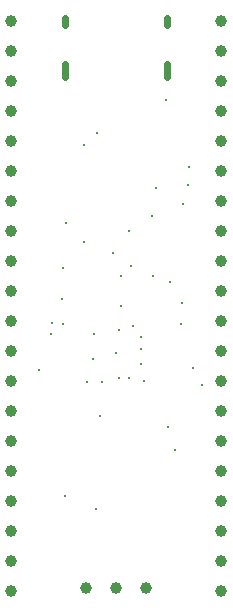
<source format=gbr>
%TF.GenerationSoftware,KiCad,Pcbnew,9.0.6*%
%TF.CreationDate,2026-01-31T02:41:42+05:30*%
%TF.ProjectId,BYH_devboard,4259485f-6465-4766-926f-6172642e6b69,rev?*%
%TF.SameCoordinates,Original*%
%TF.FileFunction,Plated,1,2,PTH,Mixed*%
%TF.FilePolarity,Positive*%
%FSLAX46Y46*%
G04 Gerber Fmt 4.6, Leading zero omitted, Abs format (unit mm)*
G04 Created by KiCad (PCBNEW 9.0.6) date 2026-01-31 02:41:42*
%MOMM*%
%LPD*%
G01*
G04 APERTURE LIST*
%TA.AperFunction,ViaDrill*%
%ADD10C,0.300000*%
%TD*%
G04 aperture for slot hole*
%TA.AperFunction,ComponentDrill*%
%ADD11C,0.600000*%
%TD*%
%TA.AperFunction,ComponentDrill*%
%ADD12C,1.000000*%
%TD*%
G04 APERTURE END LIST*
D10*
X143410000Y-105490000D03*
X144500000Y-102400000D03*
X144510000Y-101490735D03*
X145420000Y-99420000D03*
X145460000Y-96812472D03*
X145463897Y-101596103D03*
X145610000Y-116160000D03*
X145710000Y-93000000D03*
X147230000Y-86370000D03*
X147254329Y-94623725D03*
X147497838Y-106498624D03*
X148050000Y-104540000D03*
X148060000Y-102430000D03*
X148240000Y-117240000D03*
X148320000Y-85350000D03*
X148630000Y-109350000D03*
X148761865Y-106511476D03*
X149670000Y-95560000D03*
X150000000Y-104000000D03*
X150000000Y-104000000D03*
X150230000Y-102070000D03*
X150248529Y-106100000D03*
X150362785Y-97470000D03*
X150400000Y-100048527D03*
X151097058Y-106099999D03*
X151100000Y-93730000D03*
X151225735Y-96625735D03*
X151410000Y-101750000D03*
X152040000Y-103650000D03*
X152060000Y-104970000D03*
X152080000Y-102630000D03*
X152340000Y-106370000D03*
X152970000Y-92430000D03*
X153105735Y-97494265D03*
X153355984Y-90064018D03*
X154210000Y-82630000D03*
X154393957Y-110318738D03*
X154500000Y-98040000D03*
X154950000Y-112190000D03*
X155460000Y-101560000D03*
X155510000Y-99760000D03*
X155610000Y-91390000D03*
X156089265Y-89809265D03*
X156110000Y-88270000D03*
X156470000Y-105280000D03*
X157210000Y-106710000D03*
D11*
%TO.C,J1*%
X145680000Y-75650000D02*
X145680000Y-76250000D01*
X145680002Y-79580001D02*
X145680002Y-80680001D01*
X154320000Y-75650000D02*
X154320000Y-76250000D01*
X154320002Y-79580001D02*
X154320002Y-80680001D01*
D12*
%TO.C,J2*%
X141110000Y-75870000D03*
X141110000Y-78410000D03*
X141110000Y-80950000D03*
X141110000Y-83490000D03*
X141110000Y-86030000D03*
X141110000Y-88570000D03*
X141110000Y-91110000D03*
X141110000Y-93650000D03*
X141110000Y-96190000D03*
X141110000Y-98730000D03*
X141110000Y-101270000D03*
X141110000Y-103810000D03*
X141110000Y-106350000D03*
X141110000Y-108890000D03*
X141110000Y-111430000D03*
X141110000Y-113970000D03*
X141110000Y-116510000D03*
X141110000Y-119050000D03*
X141110000Y-121590000D03*
X141110000Y-124130000D03*
%TO.C,J4*%
X147460000Y-123890000D03*
X150000001Y-123890000D03*
X152540002Y-123889999D03*
%TO.C,J3*%
X158890000Y-75870000D03*
X158890000Y-78410000D03*
X158890000Y-80950000D03*
X158890000Y-83490000D03*
X158890000Y-86030000D03*
X158890000Y-88570000D03*
X158890000Y-91110000D03*
X158890000Y-93650000D03*
X158890000Y-96190000D03*
X158890000Y-98730000D03*
X158890000Y-101270000D03*
X158890000Y-103810000D03*
X158890000Y-106350000D03*
X158890000Y-108890000D03*
X158890000Y-111430000D03*
X158890000Y-113970000D03*
X158890000Y-116510000D03*
X158890000Y-119050000D03*
X158890000Y-121590000D03*
X158890000Y-124130000D03*
M02*

</source>
